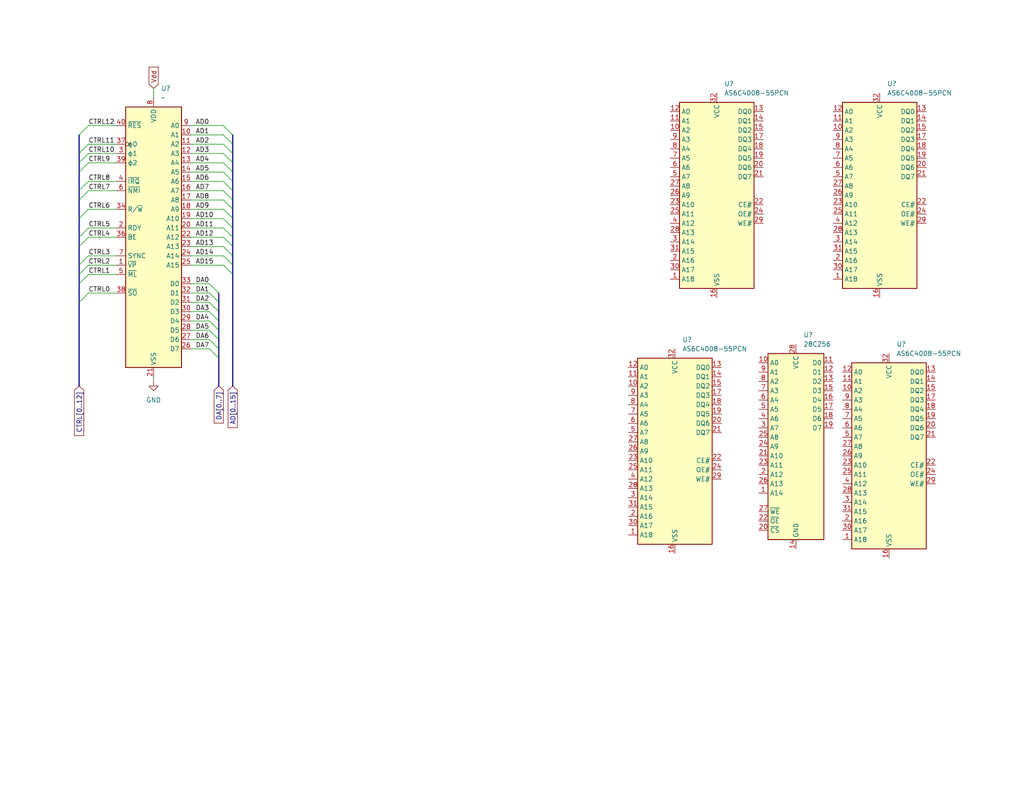
<source format=kicad_sch>
(kicad_sch (version 20211123) (generator eeschema)
  (paper "USLetter")
  (lib_symbols
    (symbol "Memory_EEPROM:28C256"
      (property "Reference" "U" (at -7.62 26.67 0))
      (property "Value" "28C256" (at 2.54 -26.67 0))
      (symbol "28C256_1_1"
        (rectangle (start -7.62 25.4) (end 7.62 -25.4) (stroke (width 0.254)) (fill (type background)))
        (pin input line (at -10.16 -12.7 0) (length 2.54) (name "A14") (number "1"))
        (pin input line (at -10.16 22.86 0) (length 2.54) (name "A0") (number "10"))
        (pin tri_state line (at 10.16 22.86 180) (length 2.54) (name "D0") (number "11"))
        (pin tri_state line (at 10.16 20.32 180) (length 2.54) (name "D1") (number "12"))
        (pin tri_state line (at 10.16 17.78 180) (length 2.54) (name "D2") (number "13"))
        (pin power_in line (at 0 -27.94 90) (length 2.54) (name "GND") (number "14"))
        (pin tri_state line (at 10.16 15.24 180) (length 2.54) (name "D3") (number "15"))
        (pin tri_state line (at 10.16 12.7 180) (length 2.54) (name "D4") (number "16"))
        (pin tri_state line (at 10.16 10.16 180) (length 2.54) (name "D5") (number "17"))
        (pin tri_state line (at 10.16 7.62 180) (length 2.54) (name "D6") (number "18"))
        (pin tri_state line (at 10.16 5.08 180) (length 2.54) (name "D7") (number "19"))
        (pin input line (at -10.16 -7.62 0) (length 2.54) (name "A12") (number "2"))
        (pin input line (at -10.16 -22.86 0) (length 2.54) (name "~{CS}") (number "20"))
        (pin input line (at -10.16 -2.54 0) (length 2.54) (name "A10") (number "21"))
        (pin input line (at -10.16 -20.32 0) (length 2.54) (name "~{OE}") (number "22"))
        (pin input line (at -10.16 -5.08 0) (length 2.54) (name "A11") (number "23"))
        (pin input line (at -10.16 0 0) (length 2.54) (name "A9") (number "24"))
        (pin input line (at -10.16 2.54 0) (length 2.54) (name "A8") (number "25"))
        (pin input line (at -10.16 -10.16 0) (length 2.54) (name "A13") (number "26"))
        (pin input line (at -10.16 -17.78 0) (length 2.54) (name "~{WE}") (number "27"))
        (pin power_in line (at 0 27.94 270) (length 2.54) (name "VCC") (number "28"))
        (pin input line (at -10.16 5.08 0) (length 2.54) (name "A7") (number "3"))
        (pin input line (at -10.16 7.62 0) (length 2.54) (name "A6") (number "4"))
        (pin input line (at -10.16 10.16 0) (length 2.54) (name "A5") (number "5"))
        (pin input line (at -10.16 12.7 0) (length 2.54) (name "A4") (number "6"))
        (pin input line (at -10.16 15.24 0) (length 2.54) (name "A3") (number "7"))
        (pin input line (at -10.16 17.78 0) (length 2.54) (name "A2") (number "8"))
        (pin input line (at -10.16 20.32 0) (length 2.54) (name "A1") (number "9"))
      )
    )
    (symbol "Memory_RAM:AS6C4008-55PCN"
      (property "Reference" "U" (at -10.16 26.035 0))
      (property "Value" "AS6C4008-55PCN" (at 2.54 26.035 0))
      (symbol "AS6C4008-55PCN_0_0"
        (pin power_in line (at 0 -27.94 90) (length 2.54) (name "VSS") (number "16"))
        (pin power_in line (at 0 27.94 270) (length 2.54) (name "VCC") (number "32"))
      )
      (symbol "AS6C4008-55PCN_0_1"
        (rectangle (start -10.16 25.4) (end 10.16 -25.4) (stroke (width 0.254)) (fill (type background)))
      )
      (symbol "AS6C4008-55PCN_1_1"
        (pin input line (at -12.7 -22.86 0) (length 2.54) (name "A18") (number "1"))
        (pin input line (at -12.7 17.78 0) (length 2.54) (name "A2") (number "10"))
        (pin input line (at -12.7 20.32 0) (length 2.54) (name "A1") (number "11"))
        (pin input line (at -12.7 22.86 0) (length 2.54) (name "A0") (number "12"))
        (pin tri_state line (at 12.7 22.86 180) (length 2.54) (name "DQ0") (number "13"))
        (pin tri_state line (at 12.7 20.32 180) (length 2.54) (name "DQ1") (number "14"))
        (pin tri_state line (at 12.7 17.78 180) (length 2.54) (name "DQ2") (number "15"))
        (pin tri_state line (at 12.7 15.24 180) (length 2.54) (name "DQ3") (number "17"))
        (pin tri_state line (at 12.7 12.7 180) (length 2.54) (name "DQ4") (number "18"))
        (pin tri_state line (at 12.7 10.16 180) (length 2.54) (name "DQ5") (number "19"))
        (pin input line (at -12.7 -17.78 0) (length 2.54) (name "A16") (number "2"))
        (pin tri_state line (at 12.7 7.62 180) (length 2.54) (name "DQ6") (number "20"))
        (pin tri_state line (at 12.7 5.08 180) (length 2.54) (name "DQ7") (number "21"))
        (pin input line (at 12.7 -2.54 180) (length 2.54) (name "CE#") (number "22"))
        (pin input line (at -12.7 -2.54 0) (length 2.54) (name "A10") (number "23"))
        (pin input line (at 12.7 -5.08 180) (length 2.54) (name "OE#") (number "24"))
        (pin input line (at -12.7 -5.08 0) (length 2.54) (name "A11") (number "25"))
        (pin input line (at -12.7 0 0) (length 2.54) (name "A9") (number "26"))
        (pin input line (at -12.7 2.54 0) (length 2.54) (name "A8") (number "27"))
        (pin input line (at -12.7 -10.16 0) (length 2.54) (name "A13") (number "28"))
        (pin input line (at 12.7 -7.62 180) (length 2.54) (name "WE#") (number "29"))
        (pin input line (at -12.7 -12.7 0) (length 2.54) (name "A14") (number "3"))
        (pin input line (at -12.7 -20.32 0) (length 2.54) (name "A17") (number "30"))
        (pin input line (at -12.7 -15.24 0) (length 2.54) (name "A15") (number "31"))
        (pin input line (at -12.7 -7.62 0) (length 2.54) (name "A12") (number "4"))
        (pin input line (at -12.7 5.08 0) (length 2.54) (name "A7") (number "5"))
        (pin input line (at -12.7 7.62 0) (length 2.54) (name "A6") (number "6"))
        (pin input line (at -12.7 10.16 0) (length 2.54) (name "A5") (number "7"))
        (pin input line (at -12.7 12.7 0) (length 2.54) (name "A4") (number "8"))
        (pin input line (at -12.7 15.24 0) (length 2.54) (name "A3") (number "9"))
      )
    )
    (symbol "RetroLab 6502:W65C02SxP"
      (property "Reference" "U" (at 2.54 40.64 0))
      (property "Value" "W65C02SxP" (at 2.54 38.1 0))
      (symbol "W65C02SxP_0_1"
        (rectangle (start -7.62 35.56) (end 7.62 -35.56) (stroke (width 0.254)) (fill (type background)))
      )
      (symbol "W65C02SxP_1_1"
        (pin output line (at -10.16 -7.62 0) (length 2.54) (name "~{VP}") (number "1"))
        (pin tri_state line (at 10.16 27.94 180) (length 2.54) (name "A1") (number "10"))
        (pin tri_state line (at 10.16 25.4 180) (length 2.54) (name "A2") (number "11"))
        (pin tri_state line (at 10.16 22.86 180) (length 2.54) (name "A3") (number "12"))
        (pin tri_state line (at 10.16 20.32 180) (length 2.54) (name "A4") (number "13"))
        (pin tri_state line (at 10.16 17.78 180) (length 2.54) (name "A5") (number "14"))
        (pin tri_state line (at 10.16 15.24 180) (length 2.54) (name "A6") (number "15"))
        (pin tri_state line (at 10.16 12.7 180) (length 2.54) (name "A7") (number "16"))
        (pin tri_state line (at 10.16 10.16 180) (length 2.54) (name "A8") (number "17"))
        (pin tri_state line (at 10.16 7.62 180) (length 2.54) (name "A9") (number "18"))
        (pin tri_state line (at 10.16 5.08 180) (length 2.54) (name "A10") (number "19"))
        (pin open_collector line (at -10.16 2.54 0) (length 2.54) (name "RDY") (number "2"))
        (pin tri_state line (at 10.16 2.54 180) (length 2.54) (name "A11") (number "20"))
        (pin power_in line (at 0 -38.1 90) (length 2.54) (name "VSS") (number "21"))
        (pin tri_state line (at 10.16 0 180) (length 2.54) (name "A12") (number "22"))
        (pin tri_state line (at 10.16 -2.54 180) (length 2.54) (name "A13") (number "23"))
        (pin tri_state line (at 10.16 -5.08 180) (length 2.54) (name "A14") (number "24"))
        (pin tri_state line (at 10.16 -7.62 180) (length 2.54) (name "A15") (number "25"))
        (pin bidirectional line (at 10.16 -30.48 180) (length 2.54) (name "D7") (number "26"))
        (pin bidirectional line (at 10.16 -27.94 180) (length 2.54) (name "D6") (number "27"))
        (pin bidirectional line (at 10.16 -25.4 180) (length 2.54) (name "D5") (number "28"))
        (pin bidirectional line (at 10.16 -22.86 180) (length 2.54) (name "D4") (number "29"))
        (pin output line (at -10.16 22.86 0) (length 2.54) (name "ϕ1") (number "3"))
        (pin bidirectional line (at 10.16 -20.32 180) (length 2.54) (name "D3") (number "30"))
        (pin bidirectional line (at 10.16 -17.78 180) (length 2.54) (name "D2") (number "31"))
        (pin bidirectional line (at 10.16 -15.24 180) (length 2.54) (name "D1") (number "32"))
        (pin bidirectional line (at 10.16 -12.7 180) (length 2.54) (name "D0") (number "33"))
        (pin tri_state line (at -10.16 7.62 0) (length 2.54) (name "R/~{W}") (number "34"))
        (pin no_connect non_logic (at -7.62 -30.48 0) (length 2.54) hide (name "nc") (number "35"))
        (pin input line (at -10.16 0 0) (length 2.54) (name "BE") (number "36"))
        (pin input clock (at -10.16 25.4 0) (length 2.54) (name "ϕ0") (number "37"))
        (pin input line (at -10.16 -15.24 0) (length 2.54) (name "~{SO}") (number "38"))
        (pin output line (at -10.16 20.32 0) (length 2.54) (name "ϕ2") (number "39"))
        (pin input line (at -10.16 15.24 0) (length 2.54) (name "~{IRQ}") (number "4"))
        (pin input line (at -10.16 30.48 0) (length 2.54) (name "~{RES}") (number "40"))
        (pin output line (at -10.16 -10.16 0) (length 2.54) (name "~{ML}") (number "5"))
        (pin input line (at -10.16 12.7 0) (length 2.54) (name "~{NMI}") (number "6"))
        (pin output line (at -10.16 -5.08 0) (length 2.54) (name "SYNC") (number "7"))
        (pin power_in line (at 0 38.1 270) (length 2.54) (name "VDD") (number "8"))
        (pin tri_state line (at 10.16 30.48 180) (length 2.54) (name "A0") (number "9"))
      )
    )
    (symbol "power:GND" (power) (pin_names (offset 0))
      (property "Value" "GND" (at 0 -3.81 0))
      (symbol "GND_0_1"
        (polyline (pts (xy 0 0) (xy 0 -1.27) (xy 1.27 -1.27) (xy 0 -2.54) (xy -1.27 -1.27) (xy 0 -1.27)))
      )
      (symbol "GND_1_1"
        (pin power_in line (at 0 0 270) (length 0) hide (name "GND") (number "1"))
      )
    )
  )
  (bus_entry (at 60.96 64.77) (size 2.54 2.54))
  (bus_entry (at 57.15 80.01) (size 2.54 2.54))
  (bus_entry (at 60.96 59.69) (size 2.54 2.54))
  (bus_entry (at 21.59 82.55) (size 2.54 -2.54))
  (bus_entry (at 60.96 69.85) (size 2.54 2.54))
  (bus_entry (at 57.15 87.63) (size 2.54 2.54))
  (bus_entry (at 60.96 67.31) (size 2.54 2.54))
  (bus_entry (at 60.96 54.61) (size 2.54 2.54))
  (bus_entry (at 57.15 82.55) (size 2.54 2.54))
  (bus_entry (at 21.59 72.39) (size 2.54 -2.54))
  (bus_entry (at 21.59 54.61) (size 2.54 -2.54))
  (bus_entry (at 60.96 41.91) (size 2.54 2.54))
  (bus_entry (at 60.96 46.99) (size 2.54 2.54))
  (bus_entry (at 21.59 36.83) (size 2.54 -2.54))
  (bus_entry (at 21.59 44.45) (size 2.54 -2.54))
  (bus_entry (at 21.59 59.69) (size 2.54 -2.54))
  (bus_entry (at 60.96 57.15) (size 2.54 2.54))
  (bus_entry (at 21.59 64.77) (size 2.54 -2.54))
  (bus_entry (at 21.59 67.31) (size 2.54 -2.54))
  (bus_entry (at 21.59 74.93) (size 2.54 -2.54))
  (bus_entry (at 57.15 95.25) (size 2.54 2.54))
  (bus_entry (at 60.96 34.29) (size 2.54 2.54))
  (bus_entry (at 57.15 85.09) (size 2.54 2.54))
  (bus_entry (at 60.96 39.37) (size 2.54 2.54))
  (bus_entry (at 57.15 92.71) (size 2.54 2.54))
  (bus_entry (at 60.96 44.45) (size 2.54 2.54))
  (bus_entry (at 60.96 62.23) (size 2.54 2.54))
  (bus_entry (at 60.96 36.83) (size 2.54 2.54))
  (bus_entry (at 21.59 41.91) (size 2.54 -2.54))
  (bus_entry (at 60.96 49.53) (size 2.54 2.54))
  (bus_entry (at 57.15 90.17) (size 2.54 2.54))
  (bus_entry (at 57.15 77.47) (size 2.54 2.54))
  (bus_entry (at 60.96 52.07) (size 2.54 2.54))
  (bus_entry (at 21.59 46.99) (size 2.54 -2.54))
  (bus_entry (at 21.59 52.07) (size 2.54 -2.54))
  (bus_entry (at 60.96 72.39) (size 2.54 2.54))
  (bus_entry (at 21.59 77.47) (size 2.54 -2.54))
  (wire (pts (xy 52.07 34.29) (xy 60.96 34.29)))
  (wire (pts (xy 52.07 95.25) (xy 57.15 95.25)))
  (bus (pts (xy 63.5 72.39) (xy 63.5 74.93)))
  (wire (pts (xy 41.91 24.13) (xy 41.91 26.67)))
  (bus (pts (xy 63.5 57.15) (xy 63.5 59.69)))
  (bus (pts (xy 21.59 67.31) (xy 21.59 72.39)))
  (bus (pts (xy 63.5 74.93) (xy 63.5 105.41)))
  (bus (pts (xy 63.5 52.07) (xy 63.5 54.61)))
  (wire (pts (xy 24.13 34.29) (xy 31.75 34.29)))
  (bus (pts (xy 21.59 72.39) (xy 21.59 74.93)))
  (wire (pts (xy 52.07 36.83) (xy 60.96 36.83)))
  (wire (pts (xy 52.07 57.15) (xy 60.96 57.15)))
  (wire (pts (xy 52.07 44.45) (xy 60.96 44.45)))
  (bus (pts (xy 21.59 41.91) (xy 21.59 44.45)))
  (wire (pts (xy 52.07 41.91) (xy 60.96 41.91)))
  (wire (pts (xy 41.91 104.14) (xy 41.91 102.87)))
  (wire (pts (xy 52.07 72.39) (xy 60.96 72.39)))
  (bus (pts (xy 59.69 87.63) (xy 59.69 90.17)))
  (wire (pts (xy 24.13 62.23) (xy 31.75 62.23)))
  (wire (pts (xy 52.07 59.69) (xy 60.96 59.69)))
  (bus (pts (xy 59.69 80.01) (xy 59.69 82.55)))
  (wire (pts (xy 52.07 77.47) (xy 57.15 77.47)))
  (bus (pts (xy 59.69 97.79) (xy 59.69 105.41)))
  (wire (pts (xy 24.13 72.39) (xy 31.75 72.39)))
  (wire (pts (xy 52.07 49.53) (xy 60.96 49.53)))
  (bus (pts (xy 21.59 74.93) (xy 21.59 77.47)))
  (bus (pts (xy 63.5 41.91) (xy 63.5 44.45)))
  (bus (pts (xy 63.5 49.53) (xy 63.5 52.07)))
  (bus (pts (xy 21.59 36.83) (xy 21.59 41.91)))
  (wire (pts (xy 24.13 49.53) (xy 31.75 49.53)))
  (wire (pts (xy 24.13 80.01) (xy 31.75 80.01)))
  (wire (pts (xy 24.13 52.07) (xy 31.75 52.07)))
  (wire (pts (xy 24.13 64.77) (xy 31.75 64.77)))
  (bus (pts (xy 59.69 82.55) (xy 59.69 85.09)))
  (bus (pts (xy 63.5 69.85) (xy 63.5 72.39)))
  (bus (pts (xy 21.59 59.69) (xy 21.59 64.77)))
  (wire (pts (xy 24.13 69.85) (xy 31.75 69.85)))
  (bus (pts (xy 63.5 39.37) (xy 63.5 41.91)))
  (wire (pts (xy 52.07 62.23) (xy 60.96 62.23)))
  (bus (pts (xy 63.5 54.61) (xy 63.5 57.15)))
  (bus (pts (xy 21.59 44.45) (xy 21.59 46.99)))
  (bus (pts (xy 21.59 46.99) (xy 21.59 52.07)))
  (bus (pts (xy 59.69 92.71) (xy 59.69 95.25)))
  (bus (pts (xy 63.5 46.99) (xy 63.5 49.53)))
  (bus (pts (xy 59.69 85.09) (xy 59.69 87.63)))
  (bus (pts (xy 63.5 62.23) (xy 63.5 64.77)))
  (bus (pts (xy 63.5 44.45) (xy 63.5 46.99)))
  (bus (pts (xy 21.59 64.77) (xy 21.59 67.31)))
  (bus (pts (xy 63.5 59.69) (xy 63.5 62.23)))
  (bus (pts (xy 21.59 82.55) (xy 21.59 105.41)))
  (wire (pts (xy 52.07 69.85) (xy 60.96 69.85)))
  (bus (pts (xy 21.59 54.61) (xy 21.59 59.69)))
  (wire (pts (xy 24.13 57.15) (xy 31.75 57.15)))
  (bus (pts (xy 21.59 77.47) (xy 21.59 82.55)))
  (bus (pts (xy 63.5 67.31) (xy 63.5 69.85)))
  (wire (pts (xy 52.07 85.09) (xy 57.15 85.09)))
  (bus (pts (xy 63.5 36.83) (xy 63.5 39.37)))
  (wire (pts (xy 52.07 82.55) (xy 57.15 82.55)))
  (wire (pts (xy 52.07 90.17) (xy 57.15 90.17)))
  (wire (pts (xy 24.13 44.45) (xy 31.75 44.45)))
  (wire (pts (xy 52.07 87.63) (xy 57.15 87.63)))
  (bus (pts (xy 59.69 95.25) (xy 59.69 97.79)))
  (bus (pts (xy 63.5 64.77) (xy 63.5 67.31)))
  (bus (pts (xy 21.59 52.07) (xy 21.59 54.61)))
  (wire (pts (xy 52.07 54.61) (xy 60.96 54.61)))
  (wire (pts (xy 24.13 74.93) (xy 31.75 74.93)))
  (bus (pts (xy 59.69 90.17) (xy 59.69 92.71)))
  (wire (pts (xy 24.13 41.91) (xy 31.75 41.91)))
  (wire (pts (xy 52.07 46.99) (xy 60.96 46.99)))
  (wire (pts (xy 52.07 64.77) (xy 60.96 64.77)))
  (wire (pts (xy 52.07 39.37) (xy 60.96 39.37)))
  (wire (pts (xy 52.07 67.31) (xy 60.96 67.31)))
  (wire (pts (xy 24.13 39.37) (xy 31.75 39.37)))
  (wire (pts (xy 52.07 80.01) (xy 57.15 80.01)))
  (wire (pts (xy 52.07 52.07) (xy 60.96 52.07)))
  (wire (pts (xy 52.07 92.71) (xy 57.15 92.71)))
  (label "CTRL2" (at 24.13 72.39 0))
  (label "AD8" (at 53.34 54.61 0))
  (label "CTRL7" (at 24.13 52.07 0))
  (label "DA7" (at 53.34 95.25 0))
  (label "AD12" (at 53.34 64.77 0))
  (label "CTRL6" (at 24.13 57.15 0))
  (label "AD4" (at 53.34 44.45 0))
  (label "CTRL12" (at 24.13 34.29 0))
  (label "AD2" (at 53.34 39.37 0))
  (label "AD10" (at 53.34 59.69 0))
  (label "AD7" (at 53.34 52.07 0))
  (label "CTRL4" (at 24.13 64.77 0))
  (label "CTRL9" (at 24.13 44.45 0))
  (label "CTRL3" (at 24.13 69.85 0))
  (label "AD15" (at 53.34 72.39 0))
  (label "CTRL11" (at 24.13 39.37 0))
  (label "AD11" (at 53.34 62.23 0))
  (label "DA2" (at 53.34 82.55 0))
  (label "DA3" (at 53.34 85.09 0))
  (label "CTRL0" (at 24.13 80.01 0))
  (label "DA0" (at 53.34 77.47 0))
  (label "AD1" (at 53.34 36.83 0))
  (label "AD9" (at 53.34 57.15 0))
  (label "CTRL1" (at 24.13 74.93 0))
  (label "AD13" (at 53.34 67.31 0))
  (label "AD3" (at 53.34 41.91 0))
  (label "DA5" (at 53.34 90.17 0))
  (label "AD5" (at 53.34 46.99 0))
  (label "AD14" (at 53.34 69.85 0))
  (label "DA4" (at 53.34 87.63 0))
  (label "CTRL10" (at 24.13 41.91 0))
  (label "CTRL8" (at 24.13 49.53 0))
  (label "DA6" (at 53.34 92.71 0))
  (label "AD0" (at 53.34 34.29 0))
  (label "AD6" (at 53.34 49.53 0))
  (label "CTRL5" (at 24.13 62.23 0))
  (label "DA1" (at 53.34 80.01 0))
  (global_label "DA[0..7]" (shape input) (at 59.69 105.41 270) (property "Intersheet References" "${INTERSHEET_REFS}" (effects hide)))
  (global_label "CTRL[0..12]" (shape input) (at 21.59 105.41 270) (property "Intersheet References" "${INTERSHEET_REFS}" (effects hide)))
  (global_label "AD[0..15]" (shape input) (at 63.5 105.41 270) (property "Intersheet References" "${INTERSHEET_REFS}" (effects hide)))
  (global_label "Vdd" (shape input) (at 41.91 24.13 90) (property "Intersheet References" "${INTERSHEET_REFS}" (effects hide)))
  (symbol (lib_id "power:GND") (at 41.91 104.14 0) (unit 1)
    (property "Reference" "#PWR?" (effects hide))
    (property "Value" "~" (at 41.91 109.22 0))
  )
  (symbol (lib_id "Memory_RAM:AS6C4008-55PCN") (at 240.03 53.34 0) (unit 1)
    (property "Reference" "U?" (at 242.0494 22.86 0) (effects (justify left)))
    (property "Value" "AS6C4008-55PCN" (at 242.0494 25.4 0) (effects (justify left)))
    (property "Footprint" "Package_DIP:DIP-32_W15.24mm" (effects hide))
    (property "Datasheet" "https://www.alliancememory.com/wp-content/uploads/pdf/AS6C4008.pdf" (effects hide))
  )
  (symbol (lib_id "RetroLab 6502:W65C02SxP") (at 41.91 64.77 0) (unit 1)
    (property "Reference" "U?" (at 43.9294 24.13 0) (effects (justify left)))
    (property "Value" "~" (at 43.9294 26.67 0) (effects (justify left)))
    (property "Datasheet" "http://www.westerndesigncenter.com/wdc/documentation/w65c02s.pdf" (effects hide))
  )
  (symbol (lib_id "Memory_EEPROM:28C256") (at 217.17 121.92 0) (unit 1)
    (property "Reference" "U?" (at 219.1894 91.44 0) (effects (justify left)))
    (property "Value" "28C256" (at 219.1894 93.98 0) (effects (justify left)))
    (property "Datasheet" "http://ww1.microchip.com/downloads/en/DeviceDoc/doc0006.pdf" (effects hide))
  )
  (symbol (lib_id "Memory_RAM:AS6C4008-55PCN") (at 184.15 123.19 0) (unit 1)
    (property "Reference" "U?" (at 186.1694 92.71 0) (effects (justify left)))
    (property "Value" "AS6C4008-55PCN" (at 186.1694 95.25 0) (effects (justify left)))
    (property "Footprint" "Package_DIP:DIP-32_W15.24mm" (effects hide))
    (property "Datasheet" "https://www.alliancememory.com/wp-content/uploads/pdf/AS6C4008.pdf" (effects hide))
  )
  (symbol (lib_id "Memory_RAM:AS6C4008-55PCN") (at 242.57 124.46 0) (unit 1)
    (property "Reference" "U?" (at 244.5894 93.98 0) (effects (justify left)))
    (property "Value" "AS6C4008-55PCN" (at 244.5894 96.52 0) (effects (justify left)))
    (property "Footprint" "Package_DIP:DIP-32_W15.24mm" (effects hide))
    (property "Datasheet" "https://www.alliancememory.com/wp-content/uploads/pdf/AS6C4008.pdf" (effects hide))
  )
  (symbol (lib_id "Memory_RAM:AS6C4008-55PCN") (at 195.58 53.34 0) (unit 1)
    (property "Reference" "U?" (at 197.5994 22.86 0) (effects (justify left)))
    (property "Value" "AS6C4008-55PCN" (at 197.5994 25.4 0) (effects (justify left)))
    (property "Footprint" "Package_DIP:DIP-32_W15.24mm" (effects hide))
    (property "Datasheet" "https://www.alliancememory.com/wp-content/uploads/pdf/AS6C4008.pdf" (effects hide))
  )
)
</source>
